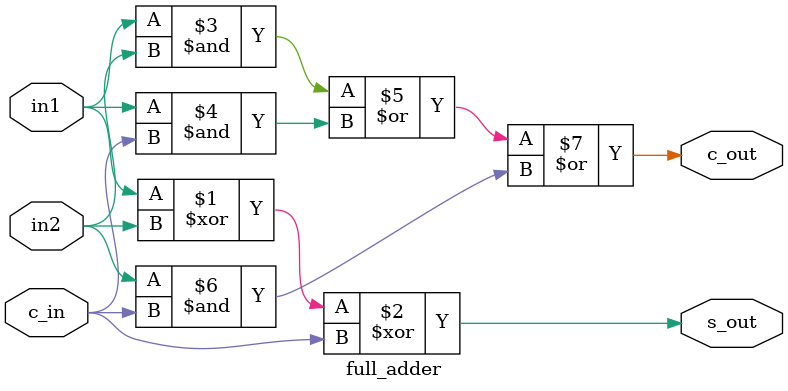
<source format=v>
`timescale 1ns / 1ps


module full_adder(input in1, input in2, input c_in, output s_out, c_out); 
    assign s_out = in1 ^ in2 ^ c_in;
    assign c_out = (in1 & in2) | (in1 & c_in) | (in2 & c_in);
endmodule

</source>
